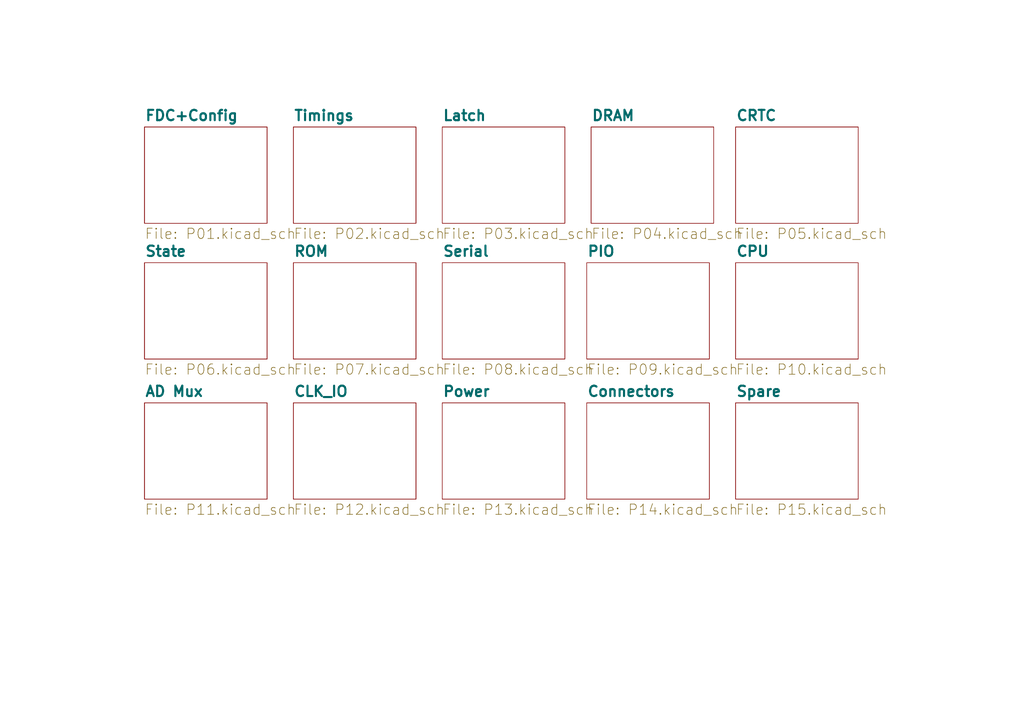
<source format=kicad_sch>
(kicad_sch (version 20220820) (generator eeschema)
  (paper "A4")
  (title_block (title "Overview"))
  (lib_symbols)
  (sheet (at 170.18 116.84) (size 35.56 27.94)
    (property "Sheetname" "Connectors" (at 170.18 115.2648 0) (effects (font (size 2.9972 2.9972) bold) (justify left bottom)))
    (property "Sheetfile" "P14.kicad_sch" (at 170.18 146.0555 0) (effects (font (size 2.9972 2.9972)) (justify left top)))
  )
  (sheet (at 213.36 76.2) (size 35.56 27.94)
    (property "Sheetname" "CPU" (at 213.36 74.6248 0) (effects (font (size 2.9972 2.9972) bold) (justify left bottom)))
    (property "Sheetfile" "P10.kicad_sch" (at 213.36 105.4155 0) (effects (font (size 2.9972 2.9972)) (justify left top)))
  )
  (sheet (at 85.09 116.84) (size 35.56 27.94)
    (property "Sheetname" "CLK_IO" (at 85.09 115.2648 0) (effects (font (size 2.9972 2.9972) bold) (justify left bottom)))
    (property "Sheetfile" "P12.kicad_sch" (at 85.09 146.0555 0) (effects (font (size 2.9972 2.9972)) (justify left top)))
  )
  (sheet (at 128.27 36.83) (size 35.56 27.94)
    (property "Sheetname" "Latch" (at 128.27 35.2548 0) (effects (font (size 2.9972 2.9972) bold) (justify left bottom)))
    (property "Sheetfile" "P03.kicad_sch" (at 128.27 66.0455 0) (effects (font (size 2.9972 2.9972)) (justify left top)))
  )
  (sheet (at 128.27 116.84) (size 35.56 27.94)
    (property "Sheetname" "Power" (at 128.27 115.2648 0) (effects (font (size 2.9972 2.9972) bold) (justify left bottom)))
    (property "Sheetfile" "P13.kicad_sch" (at 128.27 146.0555 0) (effects (font (size 2.9972 2.9972)) (justify left top)))
  )
  (sheet (at 41.91 36.83) (size 35.56 27.94)
    (property "Sheetname" "FDC+Config" (at 41.91 35.2548 0) (effects (font (size 2.9972 2.9972) bold) (justify left bottom)))
    (property "Sheetfile" "P01.kicad_sch" (at 41.91 66.0455 0) (effects (font (size 2.9972 2.9972)) (justify left top)))
  )
  (sheet (at 170.18 76.2) (size 35.56 27.94)
    (property "Sheetname" "PIO" (at 170.18 74.6248 0) (effects (font (size 2.9972 2.9972) bold) (justify left bottom)))
    (property "Sheetfile" "P09.kicad_sch" (at 170.18 105.4155 0) (effects (font (size 2.9972 2.9972)) (justify left top)))
  )
  (sheet (at 41.91 116.84) (size 35.56 27.94)
    (property "Sheetname" "AD Mux" (at 41.91 115.2648 0) (effects (font (size 2.9972 2.9972) bold) (justify left bottom)))
    (property "Sheetfile" "P11.kicad_sch" (at 41.91 146.0555 0) (effects (font (size 2.9972 2.9972)) (justify left top)))
  )
  (sheet (at 85.09 36.83) (size 35.56 27.94)
    (property "Sheetname" "Timings" (at 85.09 35.2548 0) (effects (font (size 2.9972 2.9972) bold) (justify left bottom)))
    (property "Sheetfile" "P02.kicad_sch" (at 85.09 66.0455 0) (effects (font (size 2.9972 2.9972)) (justify left top)))
  )
  (sheet (at 85.09 76.2) (size 35.56 27.94)
    (property "Sheetname" "ROM" (at 85.09 74.6248 0) (effects (font (size 2.9972 2.9972) bold) (justify left bottom)))
    (property "Sheetfile" "P07.kicad_sch" (at 85.09 105.4155 0) (effects (font (size 2.9972 2.9972)) (justify left top)))
  )
  (sheet (at 128.27 76.2) (size 35.56 27.94)
    (property "Sheetname" "Serial" (at 128.27 74.6248 0) (effects (font (size 2.9972 2.9972) bold) (justify left bottom)))
    (property "Sheetfile" "P08.kicad_sch" (at 128.27 105.4155 0) (effects (font (size 2.9972 2.9972)) (justify left top)))
  )
  (sheet (at 41.91 76.2) (size 35.56 27.94)
    (property "Sheetname" "State" (at 41.91 74.6248 0) (effects (font (size 2.9972 2.9972) bold) (justify left bottom)))
    (property "Sheetfile" "P06.kicad_sch" (at 41.91 105.4155 0) (effects (font (size 2.9972 2.9972)) (justify left top)))
  )
  (sheet (at 213.36 116.84) (size 35.56 27.94)
    (property "Sheetname" "Spare" (at 213.36 115.2648 0) (effects (font (size 2.9972 2.9972) bold) (justify left bottom)))
    (property "Sheetfile" "P15.kicad_sch" (at 213.36 146.0555 0) (effects (font (size 2.9972 2.9972)) (justify left top)))
  )
  (sheet (at 171.45 36.83) (size 35.56 27.94)
    (property "Sheetname" "DRAM" (at 171.45 35.2548 0) (effects (font (size 2.9972 2.9972) bold) (justify left bottom)))
    (property "Sheetfile" "P04.kicad_sch" (at 171.45 66.0455 0) (effects (font (size 2.9972 2.9972)) (justify left top)))
  )
  (sheet (at 213.36 36.83) (size 35.56 27.94)
    (property "Sheetname" "CRTC" (at 213.36 35.2548 0) (effects (font (size 2.9972 2.9972) bold) (justify left bottom)))
    (property "Sheetfile" "P05.kicad_sch" (at 213.36 66.0455 0) (effects (font (size 2.9972 2.9972)) (justify left top)))
  )
)
</source>
